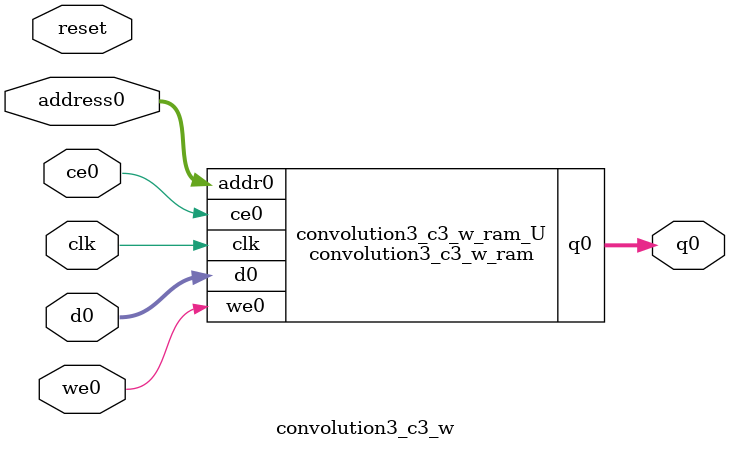
<source format=v>

`timescale 1 ns / 1 ps
module convolution3_c3_w_ram (addr0, ce0, d0, we0, q0,  clk);

parameter DWIDTH = 32;
parameter AWIDTH = 12;
parameter MEM_SIZE = 2400;

input[AWIDTH-1:0] addr0;
input ce0;
input[DWIDTH-1:0] d0;
input we0;
output reg[DWIDTH-1:0] q0;
input clk;

(* ram_style = "block" *)reg [DWIDTH-1:0] ram[0:MEM_SIZE-1];




always @(posedge clk)  
begin 
    if (ce0) 
    begin
        if (we0) 
        begin 
            ram[addr0] <= d0; 
            q0 <= d0;
        end 
        else 
            q0 <= ram[addr0];
    end
end


endmodule


`timescale 1 ns / 1 ps
module convolution3_c3_w(
    reset,
    clk,
    address0,
    ce0,
    we0,
    d0,
    q0);

parameter DataWidth = 32'd32;
parameter AddressRange = 32'd2400;
parameter AddressWidth = 32'd12;
input reset;
input clk;
input[AddressWidth - 1:0] address0;
input ce0;
input we0;
input[DataWidth - 1:0] d0;
output[DataWidth - 1:0] q0;



convolution3_c3_w_ram convolution3_c3_w_ram_U(
    .clk( clk ),
    .addr0( address0 ),
    .ce0( ce0 ),
    .d0( d0 ),
    .we0( we0 ),
    .q0( q0 ));

endmodule


</source>
